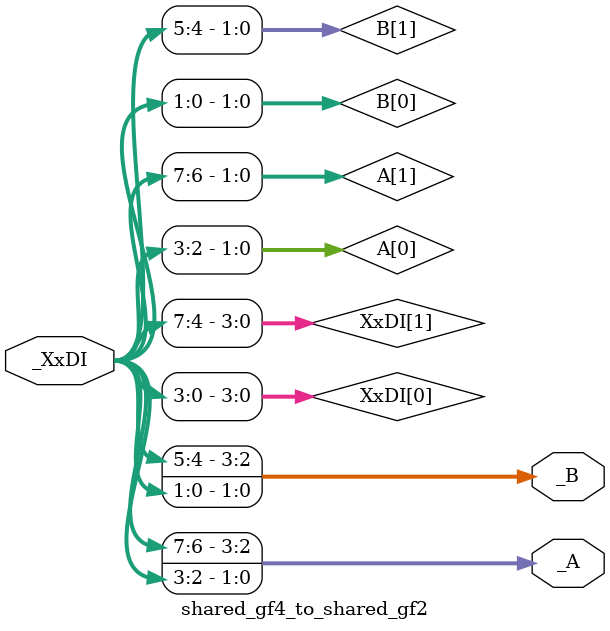
<source format=v>
module shared_gf4_to_shared_gf2 #(
    parameter SHARES = 2
) (
    input [4*SHARES-1 : 0] _XxDI,
    output [2*SHARES-1 : 0] _A,
    output [2*SHARES-1 : 0] _B
);

    wire [3:0] XxDI [SHARES-1 : 0];
    wire [1:0] A [SHARES-1:0]; 
    wire [1:0] B [SHARES-1:0];

    genvar i, j;

    // 拆分输入
    for (i = 0; i < SHARES; i = i + 1) begin
        for (j = 0; j < 4; j = j + 1) begin
            assign XxDI[i][j] = _XxDI[i*4 + j];
        end
    end

    // 计算 A 和 B
    for (i = 0; i < SHARES; i = i + 1) begin
        assign A[i][1] = XxDI[i][3];
        assign A[i][0] = XxDI[i][2];
        assign B[i][1] = XxDI[i][1];
        assign B[i][0] = XxDI[i][0];
    end

    // 组合输出
    for (i = 0; i < SHARES; i = i + 1) begin
        for (j = 0; j < 2; j = j + 1) begin
            assign _A[i*2 + j] = A[i][j];
            assign _B[i*2 + j] = B[i][j];
        end
    end

endmodule

</source>
